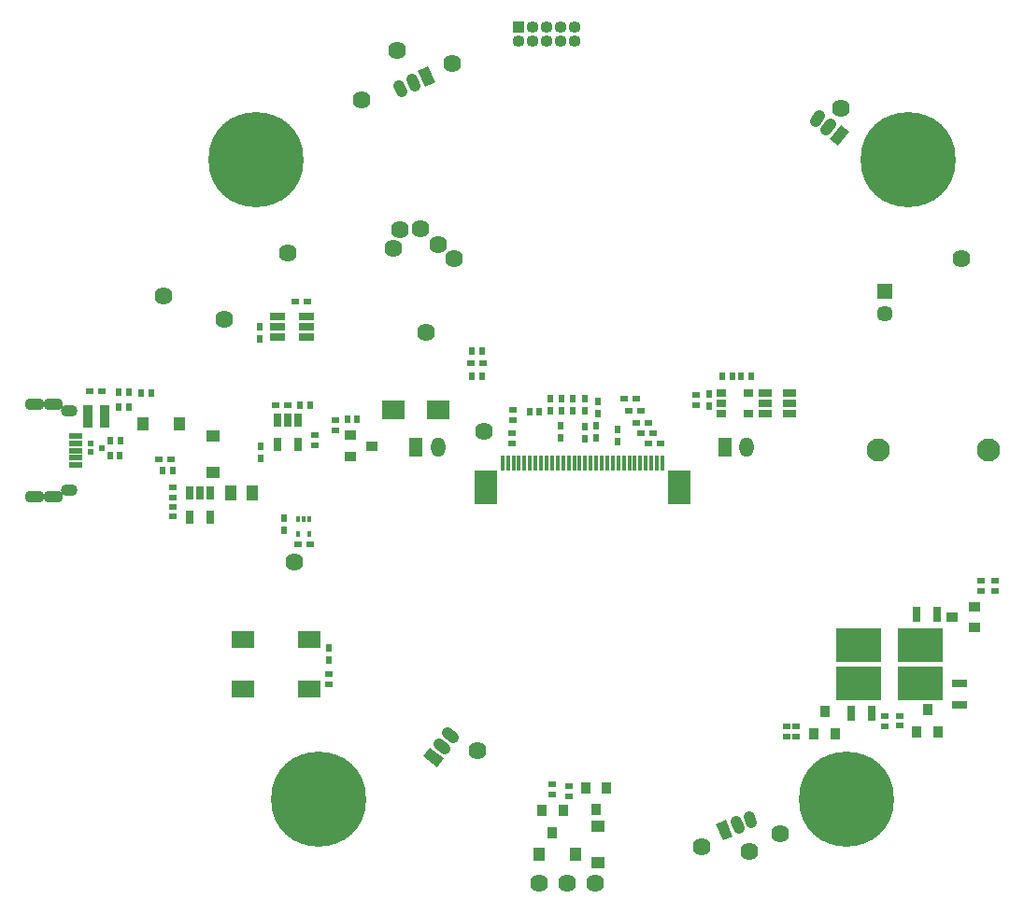
<source format=gbr>
G04 #@! TF.FileFunction,Soldermask,Top*
%FSLAX46Y46*%
G04 Gerber Fmt 4.6, Leading zero omitted, Abs format (unit mm)*
G04 Created by KiCad (PCBNEW 4.0.5) date 10/25/17 11:24:36*
%MOMM*%
%LPD*%
G01*
G04 APERTURE LIST*
%ADD10C,0.100000*%
%ADD11C,2.100000*%
%ADD12R,1.100000X1.100000*%
%ADD13O,1.100000X1.100000*%
%ADD14R,0.600000X0.700000*%
%ADD15R,0.400000X1.350000*%
%ADD16R,2.100000X3.100000*%
%ADD17R,0.700000X0.500000*%
%ADD18R,0.700000X0.600000*%
%ADD19R,0.550000X0.500000*%
%ADD20R,0.750000X1.160000*%
%ADD21R,0.900000X1.000000*%
%ADD22R,1.000000X0.900000*%
%ADD23R,0.500000X0.700000*%
%ADD24R,2.100000X1.800000*%
%ADD25R,0.400000X0.550000*%
%ADD26R,1.160000X0.750000*%
%ADD27R,4.100000X3.100000*%
%ADD28C,1.624000*%
%ADD29R,1.000000X1.300000*%
%ADD30R,1.300000X1.000000*%
%ADD31R,1.100000X1.350000*%
%ADD32R,0.800000X1.400000*%
%ADD33R,1.400000X0.800000*%
%ADD34R,0.900000X0.650000*%
%ADD35R,0.950000X2.000000*%
%ADD36R,1.450000X1.450000*%
%ADD37C,1.450000*%
%ADD38C,8.609000*%
%ADD39R,1.300000X1.800000*%
%ADD40O,1.300000X1.800000*%
%ADD41O,1.800000X1.100000*%
%ADD42O,1.500000X1.100000*%
%ADD43R,1.300000X0.550000*%
%ADD44R,2.130000X1.500000*%
%ADD45R,1.320000X0.750000*%
%ADD46C,1.000000*%
G04 APERTURE END LIST*
D10*
D11*
X153750000Y-127000000D03*
X163750000Y-127000000D03*
D12*
X121198088Y-88652284D03*
D13*
X121198088Y-89922284D03*
X122468088Y-88652284D03*
X122468088Y-89922284D03*
X123738088Y-88652284D03*
X123738088Y-89922284D03*
X125008088Y-88652284D03*
X125008088Y-89922284D03*
X126278088Y-88652284D03*
X126278088Y-89922284D03*
D14*
X138461648Y-121926164D03*
X138461648Y-123026164D03*
D15*
X134224688Y-128165764D03*
X133724688Y-128165764D03*
X133224688Y-128165764D03*
X132724688Y-128165764D03*
X132224688Y-128165764D03*
X131724688Y-128165764D03*
X131224688Y-128165764D03*
X130724688Y-128165764D03*
X130224688Y-128165764D03*
X129724688Y-128165764D03*
X129224688Y-128165764D03*
X128724688Y-128165764D03*
X128224688Y-128165764D03*
X127724688Y-128165764D03*
X127224688Y-128165764D03*
X126724688Y-128165764D03*
X126224688Y-128165764D03*
X125724688Y-128165764D03*
X125224688Y-128165764D03*
X124724688Y-128165764D03*
X124224688Y-128165764D03*
X123724688Y-128165764D03*
X123224688Y-128165764D03*
X122724688Y-128165764D03*
X122224688Y-128165764D03*
X121724688Y-128165764D03*
X121224688Y-128165764D03*
X120724688Y-128165764D03*
X120224688Y-128165764D03*
X119724688Y-128165764D03*
D16*
X135744688Y-130390764D03*
X118204688Y-130390764D03*
D14*
X97752568Y-115817364D03*
X97752568Y-116917364D03*
D17*
X154412848Y-151139644D03*
X154412848Y-152039644D03*
D18*
X102051608Y-113481924D03*
X100951608Y-113481924D03*
D14*
X99901168Y-133197284D03*
X99901168Y-134297284D03*
D18*
X101218088Y-135547284D03*
X102318088Y-135547284D03*
D14*
X97793088Y-126647284D03*
X97793088Y-127747284D03*
D18*
X100272460Y-122923332D03*
X99172460Y-122923332D03*
X89718088Y-127847284D03*
X88618088Y-127847284D03*
X82330008Y-121673524D03*
X83430008Y-121673524D03*
D14*
X128402208Y-123661164D03*
X128402208Y-122561164D03*
D18*
X131818088Y-122347284D03*
X130718088Y-122347284D03*
X133418088Y-125473364D03*
X132318088Y-125473364D03*
D14*
X128199008Y-124796364D03*
X128199008Y-125896364D03*
X130168088Y-126175764D03*
X130168088Y-125075764D03*
D18*
X132318088Y-123447284D03*
X131218088Y-123447284D03*
X134018088Y-126413164D03*
X132918088Y-126413164D03*
D14*
X127183008Y-124821764D03*
X127183008Y-125921764D03*
D18*
X132918088Y-124508164D03*
X131818088Y-124508164D03*
D14*
X125024008Y-125896364D03*
X125024008Y-124796364D03*
D19*
X82394109Y-126368764D03*
X82394109Y-127168764D03*
X83399107Y-126768764D03*
D20*
X93251433Y-130847997D03*
X92301433Y-130847997D03*
X91351433Y-130847997D03*
X91351433Y-133047997D03*
X93251433Y-133047997D03*
D21*
X147968088Y-152722284D03*
X149868088Y-152722284D03*
X148918088Y-150722284D03*
D22*
X162494368Y-143070524D03*
X162494368Y-141170524D03*
X160494368Y-142120524D03*
D21*
X157283008Y-152538844D03*
X159183008Y-152538844D03*
X158233008Y-150538844D03*
D22*
X105934408Y-125644444D03*
X105934408Y-127544444D03*
X107934408Y-126594444D03*
D17*
X102710860Y-126548332D03*
X102710860Y-125648332D03*
D23*
X116950508Y-120256384D03*
X117850508Y-120256384D03*
X117850508Y-117970384D03*
X116950508Y-117970384D03*
D17*
X137272928Y-121968164D03*
X137272928Y-122868164D03*
D23*
X139662648Y-120307004D03*
X140562648Y-120307004D03*
X102302340Y-122923332D03*
X101402340Y-122923332D03*
D17*
X89873169Y-133026943D03*
X89873169Y-132126943D03*
D23*
X89818088Y-128847284D03*
X88918088Y-128847284D03*
D17*
X89863033Y-130380397D03*
X89863033Y-131280397D03*
D23*
X84204288Y-126138844D03*
X85104288Y-126138844D03*
X84163648Y-127495204D03*
X85063648Y-127495204D03*
X84961208Y-123060364D03*
X85861208Y-123060364D03*
X85861208Y-121764964D03*
X84961208Y-121764964D03*
X141377568Y-120317164D03*
X142277568Y-120317164D03*
X87918608Y-121780204D03*
X87018608Y-121780204D03*
D17*
X145443088Y-152072284D03*
X145443088Y-152972284D03*
X146343088Y-152972284D03*
X146343088Y-152072284D03*
X163069168Y-138840964D03*
X163069168Y-139740964D03*
X164344248Y-139756204D03*
X164344248Y-138856204D03*
X155769208Y-151968524D03*
X155769208Y-151068524D03*
X120629808Y-125455164D03*
X120629808Y-126355164D03*
D23*
X105663568Y-124145884D03*
X106563568Y-124145884D03*
D17*
X104577288Y-125166964D03*
X104577288Y-124266964D03*
D24*
X109868088Y-123347284D03*
X113868088Y-123347284D03*
D25*
X102185288Y-133206764D03*
X101185288Y-133206764D03*
X102185288Y-134606764D03*
X101685288Y-133206764D03*
X101185288Y-134606764D03*
D26*
X145708448Y-123700484D03*
X145708448Y-122750484D03*
X145708448Y-121800484D03*
X143508448Y-121800484D03*
X143508448Y-123700484D03*
X143508448Y-122750484D03*
D20*
X101217380Y-124241412D03*
X100267380Y-124241412D03*
X99317380Y-124241412D03*
X99317380Y-126441412D03*
X101217380Y-126441412D03*
D27*
X152013000Y-144681000D03*
X152013000Y-148181000D03*
X157613000Y-148181000D03*
X157613000Y-144681000D03*
D18*
X117950508Y-119113384D03*
X116850508Y-119113384D03*
D28*
X112768088Y-116347284D03*
D14*
X126116208Y-123457964D03*
X126116208Y-122357964D03*
X127157608Y-123457964D03*
X127157608Y-122357964D03*
X125074808Y-123457964D03*
X125074808Y-122357964D03*
X124058808Y-123457964D03*
X124058808Y-122357964D03*
D29*
X90418088Y-124597284D03*
X87118088Y-124597284D03*
D30*
X93468088Y-125697284D03*
X93468088Y-128997284D03*
D31*
X97068088Y-130847284D03*
X95068088Y-130847284D03*
D32*
X153193088Y-150872284D03*
X151293088Y-150872284D03*
X157227128Y-141912244D03*
X159127128Y-141912244D03*
D33*
X161189568Y-148175844D03*
X161189568Y-150075844D03*
D17*
X120680608Y-123372364D03*
X120680608Y-124272364D03*
D23*
X122161008Y-123492164D03*
X123061008Y-123492164D03*
D34*
X139593368Y-121810644D03*
X139593368Y-122760644D03*
X139593368Y-123710644D03*
X141993368Y-123710644D03*
X141993368Y-121810644D03*
D14*
X104039568Y-144934844D03*
X104039568Y-146034844D03*
D35*
X83636848Y-123913804D03*
X82186848Y-123913804D03*
D28*
X110218088Y-90697284D03*
X142068088Y-163397284D03*
X150393088Y-95997284D03*
D17*
X104039568Y-147332604D03*
X104039568Y-148232604D03*
D30*
X128359095Y-164391191D03*
X128359095Y-161091191D03*
D29*
X123026095Y-163670831D03*
X126326095Y-163670831D03*
D28*
X128166535Y-166266711D03*
X125626535Y-166266711D03*
X123086535Y-166266711D03*
D21*
X129151615Y-157595911D03*
X127251615Y-157595911D03*
X128201615Y-159595911D03*
X125209535Y-159664231D03*
X123309535Y-159664231D03*
X124259535Y-161664231D03*
D17*
X125717495Y-158375351D03*
X125717495Y-157475351D03*
X124193495Y-158197551D03*
X124193495Y-157297551D03*
D36*
X154402688Y-112622484D03*
D37*
X154402688Y-114622484D03*
D38*
X103073200Y-158648400D03*
X150926800Y-158648400D03*
X156531208Y-100634800D03*
X97358200Y-100634800D03*
D39*
X139868088Y-126747284D03*
D40*
X141868088Y-126747284D03*
D41*
X77306248Y-122797764D03*
X77306248Y-131247764D03*
X79056248Y-122797764D03*
X79056248Y-131247764D03*
D42*
X80456248Y-130622764D03*
X80456248Y-123422764D03*
D43*
X81056248Y-125722764D03*
X81056248Y-126372764D03*
X81056248Y-127022764D03*
X81056248Y-127672764D03*
X81056248Y-128322764D03*
D39*
X111868088Y-126747284D03*
D40*
X113868088Y-126747284D03*
D44*
X96187000Y-148681000D03*
X102187000Y-148681000D03*
X96187000Y-144181000D03*
X102187000Y-144181000D03*
D45*
X99379448Y-114858604D03*
X99379448Y-115808604D03*
X99379448Y-116758604D03*
X101999448Y-116758604D03*
X101999448Y-115808604D03*
X101999448Y-114858604D03*
D28*
X117445688Y-154221084D03*
D46*
X111541303Y-93375392D02*
X111794873Y-93919176D01*
X110390292Y-93912117D02*
X110643862Y-94455901D01*
D10*
G36*
X112704040Y-94046914D02*
X112027850Y-92596822D01*
X112934158Y-92174204D01*
X113610348Y-93624296D01*
X112704040Y-94046914D01*
X112704040Y-94046914D01*
G37*
D46*
X141131693Y-161259728D02*
X140902083Y-160705400D01*
X142305020Y-160773720D02*
X142075410Y-160219392D01*
D10*
G36*
X139999354Y-160538127D02*
X140611648Y-162016334D01*
X139687768Y-162399017D01*
X139075474Y-160920810D01*
X139999354Y-160538127D01*
X139999354Y-160538127D01*
G37*
D46*
X114483294Y-154037952D02*
X114007282Y-153672696D01*
X115256421Y-153030394D02*
X114780409Y-152665138D01*
D10*
G36*
X113141859Y-153979197D02*
X114411224Y-154953215D01*
X113802463Y-155746569D01*
X112533098Y-154772551D01*
X113141859Y-153979197D01*
X113141859Y-153979197D01*
G37*
D46*
X149443157Y-97436151D02*
X149077901Y-97912163D01*
X148435599Y-96663024D02*
X148070343Y-97139036D01*
D10*
G36*
X149384402Y-98777586D02*
X150358420Y-97508221D01*
X151151774Y-98116982D01*
X150177756Y-99386347D01*
X149384402Y-98777586D01*
X149384402Y-98777586D01*
G37*
D28*
X118068088Y-125247284D03*
X113868088Y-108347284D03*
X112293088Y-106872284D03*
X115368088Y-109647284D03*
X109843088Y-108697284D03*
X110468088Y-107022284D03*
X115168088Y-91947284D03*
X106943088Y-95197284D03*
X94518088Y-115097284D03*
X100268088Y-109097284D03*
X161318088Y-109597284D03*
X89018088Y-112997284D03*
X144868088Y-161772284D03*
X137743088Y-162922284D03*
X100893088Y-137172284D03*
M02*

</source>
